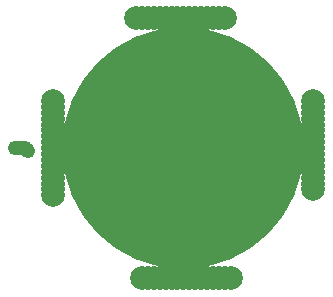
<source format=gts>
G75*
%MOIN*%
%OFA0B0*%
%FSLAX25Y25*%
%IPPOS*%
%LPD*%
%AMOC8*
5,1,8,0,0,1.08239X$1,22.5*
%
%ADD10C,0.04762*%
%ADD11C,0.80587*%
%ADD12C,0.07887*%
D10*
X0009479Y0056138D03*
X0008987Y0056630D03*
X0008495Y0057122D03*
X0008003Y0057122D03*
X0007511Y0057122D03*
X0007019Y0057122D03*
X0006526Y0057122D03*
X0006034Y0057122D03*
X0005542Y0057122D03*
X0005050Y0057122D03*
D11*
X0061152Y0057122D03*
D12*
X0017845Y0041374D03*
X0017845Y0043343D03*
X0017845Y0045311D03*
X0017845Y0047280D03*
X0017845Y0049248D03*
X0017845Y0051217D03*
X0017845Y0053185D03*
X0017845Y0055154D03*
X0017845Y0057122D03*
X0017845Y0059091D03*
X0017845Y0061059D03*
X0017845Y0063028D03*
X0017845Y0064996D03*
X0017845Y0066965D03*
X0017845Y0068933D03*
X0017845Y0070902D03*
X0017845Y0072870D03*
X0045404Y0100429D03*
X0047373Y0100429D03*
X0049341Y0100429D03*
X0051310Y0100429D03*
X0053278Y0100429D03*
X0055247Y0100429D03*
X0057215Y0100429D03*
X0059184Y0100429D03*
X0061152Y0100429D03*
X0063121Y0100429D03*
X0065089Y0100429D03*
X0067058Y0100429D03*
X0069026Y0100429D03*
X0070995Y0100429D03*
X0072963Y0100429D03*
X0074932Y0100429D03*
X0104459Y0072870D03*
X0104459Y0070902D03*
X0104459Y0068933D03*
X0104459Y0066965D03*
X0104459Y0064996D03*
X0104459Y0063028D03*
X0104459Y0061059D03*
X0104459Y0059091D03*
X0104459Y0057122D03*
X0104459Y0055154D03*
X0104459Y0053185D03*
X0104459Y0051217D03*
X0104459Y0049248D03*
X0104459Y0047280D03*
X0104459Y0045311D03*
X0104459Y0043343D03*
X0076900Y0013815D03*
X0074932Y0013815D03*
X0072963Y0013815D03*
X0070995Y0013815D03*
X0069026Y0013815D03*
X0067058Y0013815D03*
X0065089Y0013815D03*
X0063121Y0013815D03*
X0061152Y0013815D03*
X0059184Y0013815D03*
X0057215Y0013815D03*
X0055247Y0013815D03*
X0053278Y0013815D03*
X0051310Y0013815D03*
X0049341Y0013815D03*
X0047373Y0013815D03*
M02*

</source>
